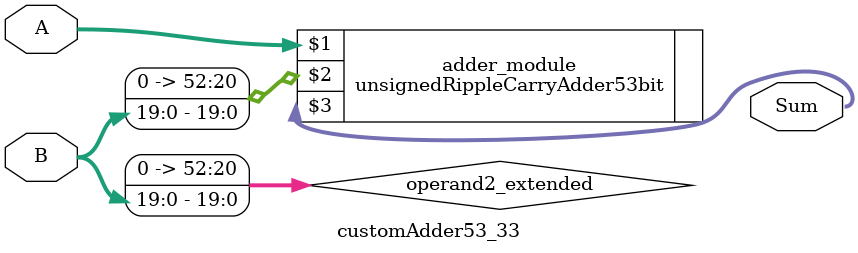
<source format=v>
module customAdder53_33(
                        input [52 : 0] A,
                        input [19 : 0] B,
                        
                        output [53 : 0] Sum
                );

        wire [52 : 0] operand2_extended;
        
        assign operand2_extended =  {33'b0, B};
        
        unsignedRippleCarryAdder53bit adder_module(
            A,
            operand2_extended,
            Sum
        );
        
        endmodule
        
</source>
